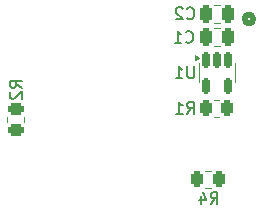
<source format=gbo>
G04 #@! TF.GenerationSoftware,KiCad,Pcbnew,8.0.7*
G04 #@! TF.CreationDate,2025-01-24T14:27:24+01:00*
G04 #@! TF.ProjectId,GateDriverControlTransmitter,47617465-4472-4697-9665-72436f6e7472,rev?*
G04 #@! TF.SameCoordinates,Original*
G04 #@! TF.FileFunction,Legend,Bot*
G04 #@! TF.FilePolarity,Positive*
%FSLAX46Y46*%
G04 Gerber Fmt 4.6, Leading zero omitted, Abs format (unit mm)*
G04 Created by KiCad (PCBNEW 8.0.7) date 2025-01-24 14:27:24*
%MOMM*%
%LPD*%
G01*
G04 APERTURE LIST*
G04 Aperture macros list*
%AMRoundRect*
0 Rectangle with rounded corners*
0 $1 Rounding radius*
0 $2 $3 $4 $5 $6 $7 $8 $9 X,Y pos of 4 corners*
0 Add a 4 corners polygon primitive as box body*
4,1,4,$2,$3,$4,$5,$6,$7,$8,$9,$2,$3,0*
0 Add four circle primitives for the rounded corners*
1,1,$1+$1,$2,$3*
1,1,$1+$1,$4,$5*
1,1,$1+$1,$6,$7*
1,1,$1+$1,$8,$9*
0 Add four rect primitives between the rounded corners*
20,1,$1+$1,$2,$3,$4,$5,0*
20,1,$1+$1,$4,$5,$6,$7,0*
20,1,$1+$1,$6,$7,$8,$9,0*
20,1,$1+$1,$8,$9,$2,$3,0*%
G04 Aperture macros list end*
%ADD10C,0.150000*%
%ADD11C,0.508000*%
%ADD12C,0.120000*%
%ADD13C,3.200000*%
%ADD14R,1.700000X1.700000*%
%ADD15O,1.700000X1.700000*%
%ADD16C,1.524000*%
%ADD17RoundRect,0.250000X-0.262500X-0.450000X0.262500X-0.450000X0.262500X0.450000X-0.262500X0.450000X0*%
%ADD18RoundRect,0.150000X-0.150000X0.512500X-0.150000X-0.512500X0.150000X-0.512500X0.150000X0.512500X0*%
%ADD19RoundRect,0.250000X-0.250000X-0.475000X0.250000X-0.475000X0.250000X0.475000X-0.250000X0.475000X0*%
%ADD20RoundRect,0.250000X0.450000X-0.262500X0.450000X0.262500X-0.450000X0.262500X-0.450000X-0.262500X0*%
G04 APERTURE END LIST*
D10*
X144466666Y-118704819D02*
X144799999Y-118228628D01*
X145038094Y-118704819D02*
X145038094Y-117704819D01*
X145038094Y-117704819D02*
X144657142Y-117704819D01*
X144657142Y-117704819D02*
X144561904Y-117752438D01*
X144561904Y-117752438D02*
X144514285Y-117800057D01*
X144514285Y-117800057D02*
X144466666Y-117895295D01*
X144466666Y-117895295D02*
X144466666Y-118038152D01*
X144466666Y-118038152D02*
X144514285Y-118133390D01*
X144514285Y-118133390D02*
X144561904Y-118181009D01*
X144561904Y-118181009D02*
X144657142Y-118228628D01*
X144657142Y-118228628D02*
X145038094Y-118228628D01*
X143609523Y-118038152D02*
X143609523Y-118704819D01*
X143847618Y-117657200D02*
X144085713Y-118371485D01*
X144085713Y-118371485D02*
X143466666Y-118371485D01*
X143061904Y-107054819D02*
X143061904Y-107864342D01*
X143061904Y-107864342D02*
X143014285Y-107959580D01*
X143014285Y-107959580D02*
X142966666Y-108007200D01*
X142966666Y-108007200D02*
X142871428Y-108054819D01*
X142871428Y-108054819D02*
X142680952Y-108054819D01*
X142680952Y-108054819D02*
X142585714Y-108007200D01*
X142585714Y-108007200D02*
X142538095Y-107959580D01*
X142538095Y-107959580D02*
X142490476Y-107864342D01*
X142490476Y-107864342D02*
X142490476Y-107054819D01*
X141490476Y-108054819D02*
X142061904Y-108054819D01*
X141776190Y-108054819D02*
X141776190Y-107054819D01*
X141776190Y-107054819D02*
X141871428Y-107197676D01*
X141871428Y-107197676D02*
X141966666Y-107292914D01*
X141966666Y-107292914D02*
X142061904Y-107340533D01*
X142466666Y-111054819D02*
X142799999Y-110578628D01*
X143038094Y-111054819D02*
X143038094Y-110054819D01*
X143038094Y-110054819D02*
X142657142Y-110054819D01*
X142657142Y-110054819D02*
X142561904Y-110102438D01*
X142561904Y-110102438D02*
X142514285Y-110150057D01*
X142514285Y-110150057D02*
X142466666Y-110245295D01*
X142466666Y-110245295D02*
X142466666Y-110388152D01*
X142466666Y-110388152D02*
X142514285Y-110483390D01*
X142514285Y-110483390D02*
X142561904Y-110531009D01*
X142561904Y-110531009D02*
X142657142Y-110578628D01*
X142657142Y-110578628D02*
X143038094Y-110578628D01*
X141514285Y-111054819D02*
X142085713Y-111054819D01*
X141799999Y-111054819D02*
X141799999Y-110054819D01*
X141799999Y-110054819D02*
X141895237Y-110197676D01*
X141895237Y-110197676D02*
X141990475Y-110292914D01*
X141990475Y-110292914D02*
X142085713Y-110340533D01*
X142366666Y-104959580D02*
X142414285Y-105007200D01*
X142414285Y-105007200D02*
X142557142Y-105054819D01*
X142557142Y-105054819D02*
X142652380Y-105054819D01*
X142652380Y-105054819D02*
X142795237Y-105007200D01*
X142795237Y-105007200D02*
X142890475Y-104911961D01*
X142890475Y-104911961D02*
X142938094Y-104816723D01*
X142938094Y-104816723D02*
X142985713Y-104626247D01*
X142985713Y-104626247D02*
X142985713Y-104483390D01*
X142985713Y-104483390D02*
X142938094Y-104292914D01*
X142938094Y-104292914D02*
X142890475Y-104197676D01*
X142890475Y-104197676D02*
X142795237Y-104102438D01*
X142795237Y-104102438D02*
X142652380Y-104054819D01*
X142652380Y-104054819D02*
X142557142Y-104054819D01*
X142557142Y-104054819D02*
X142414285Y-104102438D01*
X142414285Y-104102438D02*
X142366666Y-104150057D01*
X141414285Y-105054819D02*
X141985713Y-105054819D01*
X141699999Y-105054819D02*
X141699999Y-104054819D01*
X141699999Y-104054819D02*
X141795237Y-104197676D01*
X141795237Y-104197676D02*
X141890475Y-104292914D01*
X141890475Y-104292914D02*
X141985713Y-104340533D01*
X128462319Y-108835833D02*
X127986128Y-108502500D01*
X128462319Y-108264405D02*
X127462319Y-108264405D01*
X127462319Y-108264405D02*
X127462319Y-108645357D01*
X127462319Y-108645357D02*
X127509938Y-108740595D01*
X127509938Y-108740595D02*
X127557557Y-108788214D01*
X127557557Y-108788214D02*
X127652795Y-108835833D01*
X127652795Y-108835833D02*
X127795652Y-108835833D01*
X127795652Y-108835833D02*
X127890890Y-108788214D01*
X127890890Y-108788214D02*
X127938509Y-108740595D01*
X127938509Y-108740595D02*
X127986128Y-108645357D01*
X127986128Y-108645357D02*
X127986128Y-108264405D01*
X127557557Y-109216786D02*
X127509938Y-109264405D01*
X127509938Y-109264405D02*
X127462319Y-109359643D01*
X127462319Y-109359643D02*
X127462319Y-109597738D01*
X127462319Y-109597738D02*
X127509938Y-109692976D01*
X127509938Y-109692976D02*
X127557557Y-109740595D01*
X127557557Y-109740595D02*
X127652795Y-109788214D01*
X127652795Y-109788214D02*
X127748033Y-109788214D01*
X127748033Y-109788214D02*
X127890890Y-109740595D01*
X127890890Y-109740595D02*
X128462319Y-109169167D01*
X128462319Y-109169167D02*
X128462319Y-109788214D01*
X142466666Y-102959580D02*
X142514285Y-103007200D01*
X142514285Y-103007200D02*
X142657142Y-103054819D01*
X142657142Y-103054819D02*
X142752380Y-103054819D01*
X142752380Y-103054819D02*
X142895237Y-103007200D01*
X142895237Y-103007200D02*
X142990475Y-102911961D01*
X142990475Y-102911961D02*
X143038094Y-102816723D01*
X143038094Y-102816723D02*
X143085713Y-102626247D01*
X143085713Y-102626247D02*
X143085713Y-102483390D01*
X143085713Y-102483390D02*
X143038094Y-102292914D01*
X143038094Y-102292914D02*
X142990475Y-102197676D01*
X142990475Y-102197676D02*
X142895237Y-102102438D01*
X142895237Y-102102438D02*
X142752380Y-102054819D01*
X142752380Y-102054819D02*
X142657142Y-102054819D01*
X142657142Y-102054819D02*
X142514285Y-102102438D01*
X142514285Y-102102438D02*
X142466666Y-102150057D01*
X142085713Y-102150057D02*
X142038094Y-102102438D01*
X142038094Y-102102438D02*
X141942856Y-102054819D01*
X141942856Y-102054819D02*
X141704761Y-102054819D01*
X141704761Y-102054819D02*
X141609523Y-102102438D01*
X141609523Y-102102438D02*
X141561904Y-102150057D01*
X141561904Y-102150057D02*
X141514285Y-102245295D01*
X141514285Y-102245295D02*
X141514285Y-102340533D01*
X141514285Y-102340533D02*
X141561904Y-102483390D01*
X141561904Y-102483390D02*
X142133332Y-103054819D01*
X142133332Y-103054819D02*
X141514285Y-103054819D01*
D11*
X148081000Y-103035000D02*
G75*
G02*
X147319000Y-103035000I-381000J0D01*
G01*
X147319000Y-103035000D02*
G75*
G02*
X148081000Y-103035000I381000J0D01*
G01*
D12*
X144477064Y-115865000D02*
X144022936Y-115865000D01*
X144477064Y-117335000D02*
X144022936Y-117335000D01*
X143440000Y-106800000D02*
X143440000Y-107600000D01*
X143440000Y-108400000D02*
X143440000Y-107600000D01*
X146560000Y-106800000D02*
X146560000Y-107600000D01*
X146560000Y-108400000D02*
X146560000Y-107600000D01*
X143490000Y-106300000D02*
X143160000Y-106540000D01*
X143160000Y-106060000D01*
X143490000Y-106300000D01*
G36*
X143490000Y-106300000D02*
G01*
X143160000Y-106540000D01*
X143160000Y-106060000D01*
X143490000Y-106300000D01*
G37*
X145199564Y-109865000D02*
X144745436Y-109865000D01*
X145199564Y-111335000D02*
X144745436Y-111335000D01*
X145253752Y-103835000D02*
X144731248Y-103835000D01*
X145253752Y-105305000D02*
X144731248Y-105305000D01*
X127215000Y-111322936D02*
X127215000Y-111777064D01*
X128685000Y-111322936D02*
X128685000Y-111777064D01*
X145253752Y-101875000D02*
X144731248Y-101875000D01*
X145253752Y-103345000D02*
X144731248Y-103345000D01*
%LPC*%
D13*
X136000000Y-110000000D03*
D14*
X125100000Y-115075000D03*
D15*
X125100000Y-112535000D03*
X125100000Y-109995000D03*
X125100000Y-107455000D03*
X125100000Y-104915000D03*
D16*
X147700000Y-106210000D03*
X147700000Y-108750000D03*
X147700000Y-111290000D03*
X147700000Y-113830000D03*
D17*
X143337500Y-116600000D03*
X145162500Y-116600000D03*
D18*
X144050000Y-106462500D03*
X145000000Y-106462500D03*
X145950000Y-106462500D03*
X145950000Y-108737500D03*
X144050000Y-108737500D03*
D17*
X144060000Y-110600000D03*
X145885000Y-110600000D03*
D19*
X144042500Y-104570000D03*
X145942500Y-104570000D03*
D20*
X127950000Y-112462500D03*
X127950000Y-110637500D03*
D19*
X144042500Y-102610000D03*
X145942500Y-102610000D03*
%LPD*%
M02*

</source>
